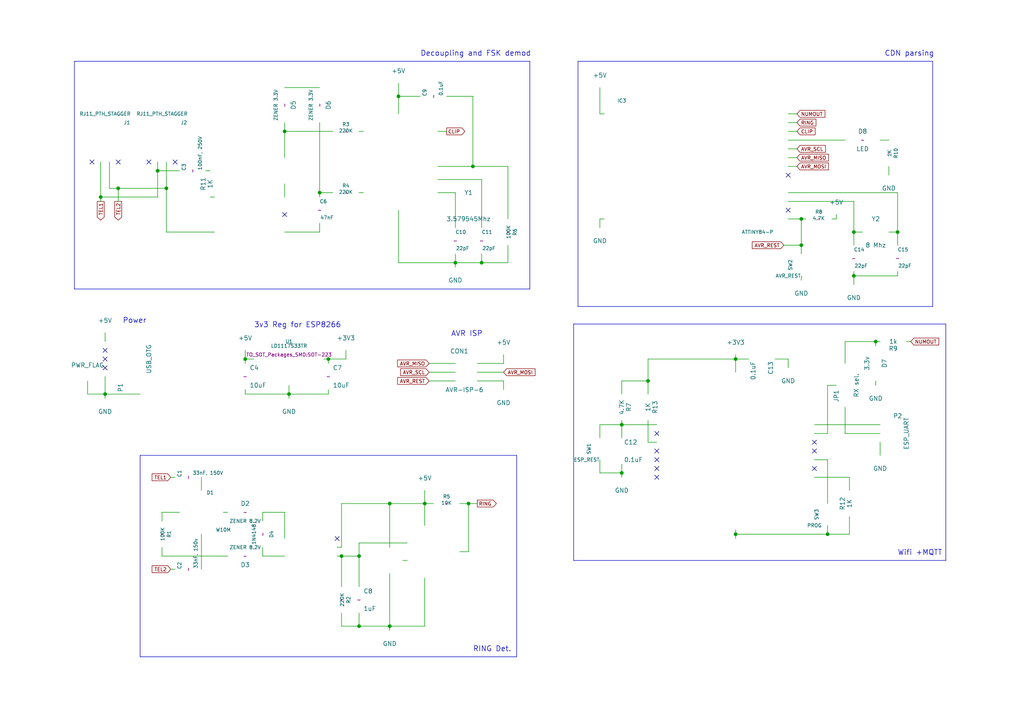
<source format=kicad_sch>
(kicad_sch (version 20230121) (generator eeschema)
  (paper "A4")
  (title_block (title "Telephone CLIP to WIFI interface") (date "5 dec 2015") (rev "1"))
  (lib_symbols)
  (junction (at 104.14 181.61))
  (junction (at 232.41 63.5))
  (junction (at 95.25 104.14))
  (junction (at 30.48 114.3))
  (junction (at 92.71 55.88))
  (junction (at 115.57 27.94))
  (junction (at 187.96 110.49))
  (junction (at 180.34 123.19))
  (junction (at 48.26 54.61))
  (junction (at 45.72 49.53))
  (junction (at 99.06 161.29))
  (junction (at 139.7 76.2))
  (junction (at 71.12 104.14))
  (junction (at 132.08 76.2))
  (junction (at 247.65 80.01))
  (junction (at 240.03 154.94))
  (junction (at 104.14 161.29))
  (junction (at 137.16 48.26))
  (junction (at 82.55 38.1))
  (junction (at 247.65 67.31))
  (junction (at 213.36 104.14))
  (junction (at 123.19 146.05))
  (junction (at 34.29 54.61))
  (junction (at 260.35 67.31))
  (junction (at 180.34 137.16))
  (junction (at 29.21 57.15))
  (junction (at 113.03 146.05))
  (junction (at 113.03 181.61))
  (junction (at 83.82 114.3))
  (junction (at 135.89 146.05))
  (junction (at 213.36 154.94))
  (junction (at 232.41 71.12))
  (junction (at 254 99.06))
  (no_connect (at 190.5 138.43))
  (no_connect (at 26.67 46.99))
  (no_connect (at 30.48 104.14))
  (no_connect (at 43.18 46.99))
  (no_connect (at 190.5 130.81))
  (no_connect (at 34.29 46.99))
  (no_connect (at 190.5 135.89))
  (no_connect (at 236.22 128.27))
  (no_connect (at 82.55 62.23))
  (no_connect (at 190.5 125.73))
  (no_connect (at 97.79 156.21))
  (no_connect (at 30.48 106.68))
  (no_connect (at 228.6 60.96))
  (no_connect (at 236.22 130.81))
  (no_connect (at 236.22 135.89))
  (no_connect (at 30.48 101.6))
  (no_connect (at 190.5 133.35))
  (no_connect (at 228.6 50.8))
  (no_connect (at 50.8 46.99))
  (wire (pts (xy 100.33 104.14) (xy 100.33 101.6)))
  (wire (pts (xy 240.03 111.76) (xy 242.57 111.76)))
  (wire (pts (xy 262.89 99.06) (xy 264.16 99.06)))
  (wire (pts (xy 247.65 58.42) (xy 247.65 67.31)))
  (wire (pts (xy 46.99 161.29) (xy 66.04 161.29)))
  (wire (pts (xy 99.06 181.61) (xy 104.14 181.61)))
  (wire (pts (xy 132.08 76.2) (xy 132.08 77.47)))
  (wire (pts (xy 123.19 146.05) (xy 123.19 152.4)))
  (wire (pts (xy 236.22 125.73) (xy 240.03 125.73)))
  (polyline (pts (xy 40.64 132.08) (xy 40.64 190.5)))
  (wire (pts (xy 97.79 161.29) (xy 99.06 161.29)))
  (wire (pts (xy 254 100.33) (xy 254 99.06)))
  (wire (pts (xy 82.55 148.59) (xy 82.55 156.21)))
  (wire (pts (xy 228.6 38.1) (xy 231.14 38.1)))
  (wire (pts (xy 247.65 67.31) (xy 247.65 71.12)))
  (wire (pts (xy 213.36 104.14) (xy 217.17 104.14)))
  (wire (pts (xy 132.08 76.2) (xy 139.7 76.2)))
  (wire (pts (xy 48.26 46.99) (xy 48.26 54.61)))
  (polyline (pts (xy 166.37 162.56) (xy 166.37 93.98)))
  (polyline (pts (xy 274.32 93.98) (xy 274.32 162.56)))
  (wire (pts (xy 104.14 177.8) (xy 104.14 181.61)))
  (wire (pts (xy 115.57 27.94) (xy 121.92 27.94)))
  (wire (pts (xy 46.99 148.59) (xy 46.99 151.13)))
  (wire (pts (xy 92.71 35.56) (xy 92.71 55.88)))
  (wire (pts (xy 247.65 67.31) (xy 250.19 67.31)))
  (wire (pts (xy 123.19 181.61) (xy 123.19 167.64)))
  (wire (pts (xy 228.6 43.18) (xy 231.14 43.18)))
  (wire (pts (xy 113.03 146.05) (xy 123.19 146.05)))
  (wire (pts (xy 104.14 161.29) (xy 104.14 170.18)))
  (wire (pts (xy 187.96 128.27) (xy 190.5 128.27)))
  (wire (pts (xy 245.11 125.73) (xy 245.11 118.11)))
  (polyline (pts (xy 270.51 88.9) (xy 167.64 88.9)))
  (polyline (pts (xy 21.59 17.78) (xy 153.67 17.78)))
  (wire (pts (xy 240.03 125.73) (xy 240.03 111.76)))
  (wire (pts (xy 45.72 46.99) (xy 45.72 49.53)))
  (wire (pts (xy 92.71 67.31) (xy 92.71 64.77)))
  (polyline (pts (xy 166.37 93.98) (xy 274.32 93.98)))
  (wire (pts (xy 213.36 153.67) (xy 213.36 154.94)))
  (wire (pts (xy 260.35 67.31) (xy 260.35 71.12)))
  (wire (pts (xy 30.48 114.3) (xy 40.64 114.3)))
  (wire (pts (xy 82.55 38.1) (xy 96.52 38.1)))
  (wire (pts (xy 71.12 114.3) (xy 71.12 113.03)))
  (polyline (pts (xy 149.86 132.08) (xy 40.64 132.08)))
  (wire (pts (xy 180.34 134.62) (xy 180.34 137.16)))
  (wire (pts (xy 240.03 133.35) (xy 240.03 146.05)))
  (wire (pts (xy 173.99 127) (xy 173.99 123.19)))
  (wire (pts (xy 76.2 148.59) (xy 82.55 148.59)))
  (wire (pts (xy 104.14 157.48) (xy 118.11 157.48)))
  (wire (pts (xy 180.34 121.92) (xy 180.34 123.19)))
  (wire (pts (xy 245.11 105.41) (xy 245.11 99.06)))
  (wire (pts (xy 99.06 161.29) (xy 104.14 161.29)))
  (wire (pts (xy 260.35 80.01) (xy 260.35 78.74)))
  (wire (pts (xy 129.54 27.94) (xy 137.16 27.94)))
  (wire (pts (xy 30.48 109.22) (xy 30.48 114.3)))
  (wire (pts (xy 228.6 48.26) (xy 231.14 48.26)))
  (wire (pts (xy 25.4 114.3) (xy 30.48 114.3)))
  (wire (pts (xy 228.6 104.14) (xy 228.6 106.68)))
  (wire (pts (xy 173.99 63.5) (xy 173.99 66.04)))
  (wire (pts (xy 99.06 161.29) (xy 99.06 170.18)))
  (wire (pts (xy 173.99 63.5) (xy 175.26 63.5)))
  (wire (pts (xy 58.42 154.94) (xy 58.42 165.1)))
  (wire (pts (xy 227.33 71.12) (xy 232.41 71.12)))
  (wire (pts (xy 260.35 55.88) (xy 260.35 67.31)))
  (wire (pts (xy 146.05 105.41) (xy 146.05 102.87)))
  (wire (pts (xy 71.12 104.14) (xy 73.66 104.14)))
  (wire (pts (xy 45.72 49.53) (xy 52.07 49.53)))
  (wire (pts (xy 137.16 48.26) (xy 147.32 48.26)))
  (wire (pts (xy 138.43 105.41) (xy 146.05 105.41)))
  (wire (pts (xy 146.05 110.49) (xy 146.05 113.03)))
  (wire (pts (xy 187.96 104.14) (xy 187.96 110.49)))
  (wire (pts (xy 71.12 101.6) (xy 71.12 104.14)))
  (wire (pts (xy 240.03 154.94) (xy 240.03 152.4)))
  (wire (pts (xy 135.89 160.02) (xy 133.35 160.02)))
  (wire (pts (xy 228.6 45.72) (xy 231.14 45.72)))
  (wire (pts (xy 127 48.26) (xy 137.16 48.26)))
  (polyline (pts (xy 167.64 88.9) (xy 167.64 17.78)))
  (wire (pts (xy 146.05 107.95) (xy 138.43 107.95)))
  (wire (pts (xy 96.52 55.88) (xy 92.71 55.88)))
  (wire (pts (xy 124.46 110.49) (xy 132.08 110.49)))
  (wire (pts (xy 246.38 154.94) (xy 246.38 149.86)))
  (wire (pts (xy 173.99 137.16) (xy 180.34 137.16)))
  (wire (pts (xy 49.53 165.1) (xy 50.8 165.1)))
  (wire (pts (xy 113.03 146.05) (xy 113.03 158.75)))
  (polyline (pts (xy 153.67 17.78) (xy 153.67 83.82)))
  (wire (pts (xy 213.36 154.94) (xy 213.36 156.21)))
  (wire (pts (xy 236.22 138.43) (xy 246.38 138.43)))
  (wire (pts (xy 213.36 104.14) (xy 213.36 107.95)))
  (wire (pts (xy 135.89 146.05) (xy 135.89 160.02)))
  (wire (pts (xy 133.35 146.05) (xy 135.89 146.05)))
  (wire (pts (xy 113.03 181.61) (xy 123.19 181.61)))
  (wire (pts (xy 104.14 157.48) (xy 104.14 161.29)))
  (wire (pts (xy 123.19 142.24) (xy 123.19 146.05)))
  (wire (pts (xy 187.96 104.14) (xy 213.36 104.14)))
  (wire (pts (xy 82.55 38.1) (xy 82.55 45.72)))
  (wire (pts (xy 127 38.1) (xy 129.54 38.1)))
  (wire (pts (xy 135.89 146.05) (xy 138.43 146.05)))
  (wire (pts (xy 83.82 114.3) (xy 83.82 115.57)))
  (wire (pts (xy 139.7 52.07) (xy 139.7 66.04)))
  (wire (pts (xy 240.03 154.94) (xy 246.38 154.94)))
  (wire (pts (xy 52.07 148.59) (xy 46.99 148.59)))
  (wire (pts (xy 95.25 104.14) (xy 100.33 104.14)))
  (wire (pts (xy 137.16 27.94) (xy 137.16 48.26)))
  (wire (pts (xy 92.71 55.88) (xy 92.71 57.15)))
  (wire (pts (xy 180.34 123.19) (xy 180.34 127)))
  (wire (pts (xy 66.04 148.59) (xy 64.77 148.59)))
  (wire (pts (xy 255.27 40.64) (xy 257.81 40.64)))
  (polyline (pts (xy 21.59 83.82) (xy 21.59 17.78)))
  (wire (pts (xy 76.2 158.75) (xy 76.2 161.29)))
  (wire (pts (xy 180.34 110.49) (xy 187.96 110.49)))
  (wire (pts (xy 228.6 40.64) (xy 245.11 40.64)))
  (wire (pts (xy 115.57 27.94) (xy 115.57 33.02)))
  (wire (pts (xy 104.14 38.1) (xy 105.41 38.1)))
  (wire (pts (xy 213.36 154.94) (xy 240.03 154.94)))
  (wire (pts (xy 232.41 71.12) (xy 232.41 73.66)))
  (wire (pts (xy 45.72 49.53) (xy 45.72 57.15)))
  (wire (pts (xy 60.96 57.15) (xy 62.23 57.15)))
  (wire (pts (xy 173.99 133.35) (xy 173.99 137.16)))
  (wire (pts (xy 232.41 63.5) (xy 233.68 63.5)))
  (wire (pts (xy 213.36 102.87) (xy 213.36 104.14)))
  (wire (pts (xy 31.75 46.99) (xy 31.75 54.61)))
  (polyline (pts (xy 274.32 162.56) (xy 166.37 162.56)))
  (wire (pts (xy 245.11 125.73) (xy 255.27 125.73)))
  (wire (pts (xy 180.34 114.3) (xy 180.34 110.49)))
  (wire (pts (xy 115.57 76.2) (xy 132.08 76.2)))
  (wire (pts (xy 46.99 158.75) (xy 46.99 161.29)))
  (wire (pts (xy 113.03 181.61) (xy 113.03 182.88)))
  (wire (pts (xy 113.03 166.37) (xy 113.03 181.61)))
  (wire (pts (xy 71.12 104.14) (xy 71.12 105.41)))
  (wire (pts (xy 231.14 35.56) (xy 228.6 35.56)))
  (wire (pts (xy 115.57 60.96) (xy 115.57 76.2)))
  (wire (pts (xy 82.55 35.56) (xy 82.55 38.1)))
  (wire (pts (xy 48.26 67.31) (xy 62.23 67.31)))
  (wire (pts (xy 187.96 121.92) (xy 187.96 128.27)))
  (wire (pts (xy 30.48 114.3) (xy 30.48 115.57)))
  (wire (pts (xy 83.82 114.3) (xy 95.25 114.3)))
  (wire (pts (xy 76.2 148.59) (xy 76.2 151.13)))
  (wire (pts (xy 99.06 146.05) (xy 113.03 146.05)))
  (wire (pts (xy 31.75 54.61) (xy 34.29 54.61)))
  (wire (pts (xy 236.22 133.35) (xy 240.03 133.35)))
  (polyline (pts (xy 40.64 190.5) (xy 149.86 190.5)))
  (wire (pts (xy 99.06 181.61) (xy 99.06 177.8)))
  (wire (pts (xy 254 99.06) (xy 255.27 99.06)))
  (wire (pts (xy 99.06 146.05) (xy 99.06 158.75)))
  (wire (pts (xy 127 52.07) (xy 139.7 52.07)))
  (wire (pts (xy 29.21 46.99) (xy 29.21 57.15)))
  (wire (pts (xy 34.29 54.61) (xy 48.26 54.61)))
  (polyline (pts (xy 149.86 190.5) (xy 149.86 132.08)))
  (wire (pts (xy 82.55 25.4) (xy 92.71 25.4)))
  (wire (pts (xy 116.84 162.56) (xy 118.11 162.56)))
  (wire (pts (xy 115.57 24.13) (xy 115.57 27.94)))
  (wire (pts (xy 83.82 111.76) (xy 83.82 114.3)))
  (wire (pts (xy 180.34 123.19) (xy 190.5 123.19)))
  (wire (pts (xy 245.11 99.06) (xy 254 99.06)))
  (wire (pts (xy 242.57 63.5) (xy 242.57 62.23)))
  (wire (pts (xy 187.96 110.49) (xy 187.96 114.3)))
  (wire (pts (xy 138.43 110.49) (xy 146.05 110.49)))
  (wire (pts (xy 228.6 33.02) (xy 231.14 33.02)))
  (wire (pts (xy 104.14 55.88) (xy 105.41 55.88)))
  (wire (pts (xy 260.35 55.88) (xy 228.6 55.88)))
  (wire (pts (xy 232.41 63.5) (xy 232.41 71.12)))
  (wire (pts (xy 173.99 33.02) (xy 175.26 33.02)))
  (wire (pts (xy 147.32 48.26) (xy 147.32 63.5)))
  (wire (pts (xy 246.38 138.43) (xy 246.38 142.24)))
  (wire (pts (xy 34.29 58.42) (xy 34.29 54.61)))
  (wire (pts (xy 127 55.88) (xy 132.08 55.88)))
  (wire (pts (xy 241.3 63.5) (xy 242.57 63.5)))
  (wire (pts (xy 76.2 161.29) (xy 82.55 161.29)))
  (wire (pts (xy 236.22 123.19) (xy 255.27 123.19)))
  (wire (pts (xy 49.53 138.43) (xy 50.8 138.43)))
  (wire (pts (xy 224.79 104.14) (xy 228.6 104.14)))
  (wire (pts (xy 257.81 50.8) (xy 257.81 48.26)))
  (wire (pts (xy 139.7 73.66) (xy 139.7 76.2)))
  (wire (pts (xy 30.48 96.52) (xy 30.48 99.06)))
  (wire (pts (xy 124.46 105.41) (xy 132.08 105.41)))
  (wire (pts (xy 82.55 67.31) (xy 92.71 67.31)))
  (wire (pts (xy 257.81 67.31) (xy 260.35 67.31)))
  (wire (pts (xy 104.14 181.61) (xy 113.03 181.61)))
  (wire (pts (xy 95.25 104.14) (xy 95.25 105.41)))
  (polyline (pts (xy 153.67 83.82) (xy 21.59 83.82)))
  (wire (pts (xy 232.41 81.28) (xy 232.41 80.01)))
  (wire (pts (xy 124.46 107.95) (xy 132.08 107.95)))
  (wire (pts (xy 99.06 158.75) (xy 97.79 158.75)))
  (wire (pts (xy 247.65 80.01) (xy 247.65 82.55)))
  (polyline (pts (xy 167.64 17.78) (xy 270.51 17.78)))
  (wire (pts (xy 93.98 104.14) (xy 95.25 104.14)))
  (wire (pts (xy 139.7 76.2) (xy 147.32 76.2)))
  (wire (pts (xy 132.08 73.66) (xy 132.08 76.2)))
  (wire (pts (xy 147.32 76.2) (xy 147.32 71.12)))
  (wire (pts (xy 255.27 128.27) (xy 255.27 132.08)))
  (wire (pts (xy 48.26 54.61) (xy 48.26 67.31)))
  (wire (pts (xy 173.99 123.19) (xy 180.34 123.19)))
  (wire (pts (xy 132.08 55.88) (xy 132.08 66.04)))
  (wire (pts (xy 247.65 78.74) (xy 247.65 80.01)))
  (wire (pts (xy 25.4 110.49) (xy 25.4 114.3)))
  (wire (pts (xy 247.65 80.01) (xy 260.35 80.01)))
  (wire (pts (xy 123.19 146.05) (xy 125.73 146.05)))
  (wire (pts (xy 58.42 138.43) (xy 58.42 142.24)))
  (wire (pts (xy 95.25 114.3) (xy 95.25 113.03)))
  (polyline (pts (xy 270.51 17.78) (xy 270.51 88.9)))
  (wire (pts (xy 180.34 137.16) (xy 180.34 138.43)))
  (wire (pts (xy 29.21 57.15) (xy 29.21 58.42)))
  (wire (pts (xy 82.55 57.15) (xy 82.55 53.34)))
  (wire (pts (xy 71.12 114.3) (xy 83.82 114.3)))
  (wire (pts (xy 59.69 49.53) (xy 60.96 49.53)))
  (wire (pts (xy 254 110.49) (xy 254 111.76)))
  (wire (pts (xy 173.99 25.4) (xy 173.99 33.02)))
  (wire (pts (xy 228.6 58.42) (xy 247.65 58.42)))
  (wire (pts (xy 45.72 57.15) (xy 29.21 57.15)))
  (wire (pts (xy 228.6 63.5) (xy 232.41 63.5)))
  (text "RING Det." (at 137.16 189.23 0) (effects (font (size 1.524 1.524)) (justify left bottom)))
  (text "AVR ISP" (at 130.81 97.79 0) (effects (font (size 1.524 1.524)) (justify left bottom)))
  (text "Power" (at 35.56 93.98 0) (effects (font (size 1.524 1.524)) (justify left bottom)))
  (text "CDN parsing" (at 256.54 16.51 0) (effects (font (size 1.524 1.524)) (justify left bottom)))
  (text "3v3 Reg for ESP8266" (at 73.66 95.25 0) (effects (font (size 1.524 1.524)) (justify left bottom)))
  (text "Wifi +MQTT" (at 260.35 161.29 0) (effects (font (size 1.524 1.524)) (justify left bottom)))
  (text "Decoupling and FSK demod" (at 121.92 16.51 0) (effects (font (size 1.524 1.524)) (justify left bottom)))
  (global_label "AVR_REST" (shape input) (at 124.46 110.49 180) (effects (font (size 1.016 1.016))) (property "Intersheetrefs" "${INTERSHEET_REFS}" (effects hide)))
  (global_label "TEL2" (shape input) (at 49.53 165.1 180) (effects (font (size 1.016 1.016))) (property "Intersheetrefs" "${INTERSHEET_REFS}" (effects hide)))
  (global_label "TEL1" (shape input) (at 49.53 138.43 180) (effects (font (size 1.016 1.016))) (property "Intersheetrefs" "${INTERSHEET_REFS}" (effects hide)))
  (global_label "RING" (shape input) (at 231.14 35.56 0) (effects (font (size 1.016 1.016))) (property "Intersheetrefs" "${INTERSHEET_REFS}" (effects hide)))
  (global_label "AVR_MOSI" (shape input) (at 231.14 48.26 0) (effects (font (size 1.016 1.016))) (property "Intersheetrefs" "${INTERSHEET_REFS}" (effects hide)))
  (global_label "NUMOUT" (shape input) (at 264.16 99.06 0) (effects (font (size 1.016 1.016))) (property "Intersheetrefs" "${INTERSHEET_REFS}" (effects hide)))
  (global_label "NUMOUT" (shape input) (at 231.14 33.02 0) (effects (font (size 1.016 1.016))) (property "Intersheetrefs" "${INTERSHEET_REFS}" (effects hide)))
  (global_label "TEL1" (shape output) (at 29.21 58.42 270) (effects (font (size 1.016 1.016))) (property "Intersheetrefs" "${INTERSHEET_REFS}" (effects hide)))
  (global_label "TEL2" (shape output) (at 34.29 58.42 270) (effects (font (size 1.016 1.016))) (property "Intersheetrefs" "${INTERSHEET_REFS}" (effects hide)))
  (global_label "AVR_SCL" (shape input) (at 231.14 43.18 0) (effects (font (size 1.016 1.016))) (property "Intersheetrefs" "${INTERSHEET_REFS}" (effects hide)))
  (global_label "CLIP" (shape output) (at 129.54 38.1 0) (effects (font (size 1.016 1.016))) (property "Intersheetrefs" "${INTERSHEET_REFS}" (effects hide)))
  (global_label "CLIP" (shape input) (at 231.14 38.1 0) (effects (font (size 1.016 1.016))) (property "Intersheetrefs" "${INTERSHEET_REFS}" (effects hide)))
  (global_label "AVR_MISO" (shape input) (at 124.46 105.41 180) (effects (font (size 1.016 1.016))) (property "Intersheetrefs" "${INTERSHEET_REFS}" (effects hide)))
  (global_label "AVR_MOSI" (shape input) (at 146.05 107.95 0) (effects (font (size 1.016 1.016))) (property "Intersheetrefs" "${INTERSHEET_REFS}" (effects hide)))
  (global_label "RING" (shape output) (at 138.43 146.05 0) (effects (font (size 1.016 1.016))) (property "Intersheetrefs" "${INTERSHEET_REFS}" (effects hide)))
  (global_label "AVR_MISO" (shape input) (at 231.14 45.72 0) (effects (font (size 1.016 1.016))) (property "Intersheetrefs" "${INTERSHEET_REFS}" (effects hide)))
  (global_label "AVR_REST" (shape input) (at 227.33 71.12 180) (effects (font (size 1.016 1.016))) (property "Intersheetrefs" "${INTERSHEET_REFS}" (effects hide)))
  (global_label "AVR_SCL" (shape input) (at 124.46 107.95 180) (effects (font (size 1.016 1.016))) (property "Intersheetrefs" "${INTERSHEET_REFS}" (effects hide)))
  (symbol (lib_id "ATTINY84-P") (at 201.93 48.26 0) (unit 1)
    (property "Reference" "IC3" (at 180.34 29.21 0) (effects (font (size 1.016 1.016))))
    (property "Value" "ATTINY84-P" (at 219.71 67.31 0) (effects (font (size 1.016 1.016))))
    (property "Footprint" "Housings_DIP:DIP-14_W7.62mm" (effects hide))
  )
  (symbol (lib_id "C") (at 55.88 49.53 90) (unit 1)
    (property "Reference" "C3" (at 53.34 49.53 0) (effects (font (size 1.016 1.016)) (justify left)))
    (property "Value" "100nF, 250V" (at 58.039 49.3776 0) (effects (font (size 1.016 1.016)) (justify left)))
    (property "Footprint" "Capacitors_ThroughHole:C_Rect_L18_W6_P15" (effects hide))
    (property "Datasheet" "~" (at 55.88 49.53 0) (effects (font (size 1.524 1.524))))
  )
  (symbol (lib_id "C") (at 54.61 165.1 90) (unit 1)
    (property "Reference" "C2" (at 52.07 165.1 0) (effects (font (size 1.016 1.016)) (justify left)))
    (property "Value" "33nF, 150v" (at 56.769 164.9476 0) (effects (font (size 1.016 1.016)) (justify left)))
    (property "Footprint" "Capacitors_ThroughHole:C_Disc_D12_P7.75" (effects hide))
    (property "Datasheet" "~" (at 54.61 165.1 0) (effects (font (size 1.524 1.524))))
  )
  (symbol (lib_id "C") (at 54.61 138.43 90) (unit 1)
    (property "Reference" "C1" (at 52.07 138.43 0) (effects (font (size 1.016 1.016)) (justify left)))
    (property "Value" "33nF, 150V" (at 64.77 137.16 90) (effects (font (size 1.016 1.016)) (justify left)))
    (property "Footprint" "Capacitors_ThroughHole:C_Disc_D12_P7.75" (effects hide))
    (property "Datasheet" "~" (at 54.61 138.43 0) (effects (font (size 1.524 1.524))))
  )
  (symbol (lib_id "ZENER") (at 71.12 148.59 0) (unit 1)
    (property "Reference" "D2" (at 71.12 146.05 0))
    (property "Value" "ZENER 8.2V" (at 71.12 151.13 0) (effects (font (size 1.016 1.016))))
    (property "Footprint" "Diodes_ThroughHole:Diode_DO-41_SOD81_Horizontal_RM10" (effects hide))
    (property "Datasheet" "~" (at 71.12 148.59 0) (effects (font (size 1.524 1.524))))
  )
  (symbol (lib_id "ZENER") (at 71.12 161.29 180) (unit 1)
    (property "Reference" "D3" (at 71.12 163.83 0))
    (property "Value" "ZENER 8.2V" (at 71.12 158.75 0) (effects (font (size 1.016 1.016))))
    (property "Footprint" "Diodes_ThroughHole:Diode_DO-41_SOD81_Horizontal_RM10" (effects hide))
    (property "Datasheet" "~" (at 71.12 161.29 0) (effects (font (size 1.524 1.524))))
  )
  (symbol (lib_id "4N25") (at 90.17 158.75 0) (unit 1)
    (property "Reference" "IC1" (at 84.836 153.924 0) (effects (font (size 1.016 1.016))))
    (property "Value" "4N35" (at 94.742 163.576 0) (effects (font (size 1.016 1.016))))
    (property "Footprint" "Housings_DIP:DIP-6_W7.62mm" (effects hide))
    (property "Datasheet" "~" (at 90.17 158.75 0) (effects (font (size 1.524 1.524))))
  )
  (symbol (lib_id "R") (at 99.06 173.99 0) (unit 1)
    (property "Reference" "R2" (at 101.092 173.99 90) (effects (font (size 1.016 1.016))))
    (property "Value" "220K" (at 99.2378 173.9646 90) (effects (font (size 1.016 1.016))))
    (property "Footprint" "Resistors_SMD:R_1206_HandSoldering" (effects hide))
    (property "Datasheet" "~" (at 99.06 173.99 0) (effects (font (size 0.762 0.762))))
  )
  (symbol (lib_id "CP1") (at 104.14 173.99 0) (unit 1)
    (property "Reference" "C8" (at 105.41 171.45 0) (effects (justify left)))
    (property "Value" "1uF" (at 105.41 176.53 0) (effects (justify left)))
    (property "Footprint" "Capacitors_Tantalum_SMD:TantalC_SizeA_EIA-3216_HandSoldering" (effects hide))
    (property "Datasheet" "~" (at 104.14 173.99 0) (effects (font (size 1.524 1.524))))
  )
  (symbol (lib_id "POT") (at 113.03 162.56 270) (unit 1)
    (property "Reference" "RV1" (at 110.49 162.56 0))
    (property "Value" "10K" (at 113.03 162.56 0))
    (property "Footprint" "Potentiometers:Potentiometer_Triwood_RM-065" (effects hide))
    (property "Datasheet" "~" (at 113.03 162.56 0) (effects (font (size 1.524 1.524))))
  )
  (symbol (lib_id "R") (at 129.54 146.05 90) (unit 1)
    (property "Reference" "R5" (at 129.54 144.018 90) (effects (font (size 1.016 1.016))))
    (property "Value" "10K" (at 129.5146 145.8722 90) (effects (font (size 1.016 1.016))))
    (property "Footprint" "Resistors_SMD:R_1206_HandSoldering" (effects hide))
    (property "Datasheet" "~" (at 129.54 146.05 0) (effects (font (size 0.762 0.762))))
  )
  (symbol (lib_id "R") (at 46.99 154.94 0) (unit 1)
    (property "Reference" "R1" (at 49.022 154.94 90) (effects (font (size 1.016 1.016))))
    (property "Value" "100K" (at 47.1678 154.9146 90) (effects (font (size 1.016 1.016))))
    (property "Footprint" "Resistors_SMD:R_1206_HandSoldering" (effects hide))
    (property "Datasheet" "~" (at 46.99 154.94 0) (effects (font (size 0.762 0.762))))
  )
  (symbol (lib_id "C") (at 82.55 49.53 0) (unit 1)
    (property "Reference" "C5" (at 82.55 46.99 0) (effects (font (size 1.016 1.016)) (justify left)))
    (property "Value" "47nF" (at 82.7024 51.689 0) (effects (font (size 1.016 1.016)) (justify left)))
    (property "Footprint" "Capacitors_ThroughHole:C_Disc_D7.5_P5" (effects hide))
    (property "Datasheet" "~" (at 82.55 49.53 0) (effects (font (size 1.524 1.524))))
  )
  (symbol (lib_id "ZENER") (at 92.71 30.48 270) (unit 1)
    (property "Reference" "D6" (at 95.25 30.48 0))
    (property "Value" "ZENER 3.3V" (at 90.17 30.48 0) (effects (font (size 1.016 1.016))))
    (property "Footprint" "Diodes_ThroughHole:Diode_DO-41_SOD81_Horizontal_RM10" (effects hide))
    (property "Datasheet" "~" (at 92.71 30.48 0) (effects (font (size 1.524 1.524))))
  )
  (symbol (lib_id "ZENER") (at 82.55 30.48 270) (unit 1)
    (property "Reference" "D5" (at 85.09 30.48 0))
    (property "Value" "ZENER 3.3V" (at 80.01 30.48 0) (effects (font (size 1.016 1.016))))
    (property "Footprint" "Diodes_ThroughHole:Diode_DO-41_SOD81_Horizontal_RM10" (effects hide))
    (property "Datasheet" "~" (at 82.55 30.48 0) (effects (font (size 1.524 1.524))))
  )
  (symbol (lib_id "R") (at 100.33 38.1 90) (unit 1)
    (property "Reference" "R3" (at 100.33 36.068 90) (effects (font (size 1.016 1.016))))
    (property "Value" "220K" (at 100.3046 37.9222 90) (effects (font (size 1.016 1.016))))
    (property "Footprint" "Resistors_SMD:R_1206_HandSoldering" (effects hide))
    (property "Datasheet" "~" (at 100.33 38.1 0) (effects (font (size 0.762 0.762))))
  )
  (symbol (lib_id "R") (at 100.33 55.88 90) (unit 1)
    (property "Reference" "R4" (at 100.33 53.848 90) (effects (font (size 1.016 1.016))))
    (property "Value" "220K" (at 100.3046 55.7022 90) (effects (font (size 1.016 1.016))))
    (property "Footprint" "Resistors_SMD:R_1206_HandSoldering" (effects hide))
    (property "Datasheet" "~" (at 100.33 55.88 0) (effects (font (size 0.762 0.762))))
  )
  (symbol (lib_id "C") (at 132.08 69.85 0) (unit 1)
    (property "Reference" "C10" (at 132.08 67.31 0) (effects (font (size 1.016 1.016)) (justify left)))
    (property "Value" "22pF" (at 132.2324 72.009 0) (effects (font (size 1.016 1.016)) (justify left)))
    (property "Footprint" "Capacitors_SMD:C_0805_HandSoldering" (effects hide))
    (property "Datasheet" "~" (at 132.08 69.85 0) (effects (font (size 1.524 1.524))))
  )
  (symbol (lib_id "C") (at 139.7 69.85 0) (unit 1)
    (property "Reference" "C11" (at 139.7 67.31 0) (effects (font (size 1.016 1.016)) (justify left)))
    (property "Value" "22pF" (at 139.8524 72.009 0) (effects (font (size 1.016 1.016)) (justify left)))
    (property "Footprint" "Capacitors_SMD:C_0805_HandSoldering" (effects hide))
    (property "Datasheet" "~" (at 139.7 69.85 0) (effects (font (size 1.524 1.524))))
  )
  (symbol (lib_id "C") (at 125.73 27.94 90) (unit 1)
    (property "Reference" "C9" (at 123.19 27.94 0) (effects (font (size 1.016 1.016)) (justify left)))
    (property "Value" "0.1uF" (at 127.889 27.7876 0) (effects (font (size 1.016 1.016)) (justify left)))
    (property "Footprint" "Capacitors_SMD:C_0805_HandSoldering" (effects hide))
    (property "Datasheet" "~" (at 125.73 27.94 0) (effects (font (size 1.524 1.524))))
  )
  (symbol (lib_id "R") (at 147.32 67.31 0) (unit 1)
    (property "Reference" "R6" (at 149.352 67.31 90) (effects (font (size 1.016 1.016))))
    (property "Value" "100K" (at 147.4978 67.2846 90) (effects (font (size 1.016 1.016))))
    (property "Footprint" "Resistors_SMD:R_1206_HandSoldering" (effects hide))
    (property "Datasheet" "~" (at 147.32 67.31 0) (effects (font (size 0.762 0.762))))
  )
  (symbol (lib_id "R") (at 237.49 63.5 90) (unit 1)
    (property "Reference" "R8" (at 237.49 61.468 90) (effects (font (size 1.016 1.016))))
    (property "Value" "4.7K" (at 237.4646 63.3222 90) (effects (font (size 1.016 1.016))))
    (property "Footprint" "Resistors_SMD:R_1206_HandSoldering" (effects hide))
    (property "Datasheet" "~" (at 237.49 63.5 0) (effects (font (size 0.762 0.762))))
  )
  (symbol (lib_id "C") (at 247.65 74.93 0) (unit 1)
    (property "Reference" "C14" (at 247.65 72.39 0) (effects (font (size 1.016 1.016)) (justify left)))
    (property "Value" "22pF" (at 247.8024 77.089 0) (effects (font (size 1.016 1.016)) (justify left)))
    (property "Footprint" "Capacitors_SMD:C_0805_HandSoldering" (effects hide))
    (property "Datasheet" "~" (at 247.65 74.93 0) (effects (font (size 1.524 1.524))))
  )
  (symbol (lib_id "C") (at 260.35 74.93 0) (unit 1)
    (property "Reference" "C15" (at 260.35 72.39 0) (effects (font (size 1.016 1.016)) (justify left)))
    (property "Value" "22pF" (at 260.5024 77.089 0) (effects (font (size 1.016 1.016)) (justify left)))
    (property "Footprint" "Capacitors_SMD:C_0805_HandSoldering" (effects hide))
    (property "Datasheet" "~" (at 260.35 74.93 0) (effects (font (size 1.524 1.524))))
  )
  (symbol (lib_id "LED") (at 250.19 40.64 0) (mirror y) (unit 1)
    (property "Reference" "D8" (at 250.19 38.1 0))
    (property "Value" "LED" (at 250.19 43.18 0))
    (property "Footprint" "LEDs:LED-1206" (effects hide))
    (property "Datasheet" "~" (at 250.19 40.64 0) (effects (font (size 1.524 1.524))))
  )
  (symbol (lib_id "R") (at 257.81 44.45 0) (unit 1)
    (property "Reference" "R10" (at 259.842 44.45 90) (effects (font (size 1.016 1.016))))
    (property "Value" "1K" (at 257.9878 44.4246 90) (effects (font (size 1.016 1.016))))
    (property "Footprint" "Resistors_SMD:R_1206_HandSoldering" (effects hide))
    (property "Datasheet" "~" (at 257.81 44.45 0) (effects (font (size 0.762 0.762))))
  )
  (symbol (lib_id "D") (at 76.2 154.94 270) (unit 1)
    (property "Reference" "D4" (at 78.74 154.94 0) (effects (font (size 1.016 1.016))))
    (property "Value" "1N4148" (at 73.66 154.94 0) (effects (font (size 1.016 1.016))))
    (property "Footprint" "Diodes_ThroughHole:Diode_DO-35_SOD27_Horizontal_RM10" (effects hide))
    (property "Datasheet" "~" (at 76.2 154.94 0) (effects (font (size 1.524 1.524))))
  )
  (symbol (lib_id "C") (at 92.71 60.96 0) (unit 1)
    (property "Reference" "C6" (at 92.71 58.42 0) (effects (font (size 1.016 1.016)) (justify left)))
    (property "Value" "47nF" (at 92.8624 63.119 0) (effects (font (size 1.016 1.016)) (justify left)))
    (property "Footprint" "Capacitors_ThroughHole:C_Disc_D7.5_P5" (effects hide))
    (property "Datasheet" "~" (at 92.71 60.96 0) (effects (font (size 1.524 1.524))))
  )
  (symbol (lib_id "HT9032D") (at 115.57 48.26 0) (unit 1)
    (property "Reference" "IC2" (at 109.22 34.29 0) (effects (font (size 1.016 1.016))))
    (property "Value" "HT9032D" (at 120.65 59.69 0) (effects (font (size 1.016 1.016))))
    (property "Footprint" "Housings_DIP:DIP-8_W7.62mm" (effects hide))
    (property "Datasheet" "~" (at 107.95 58.42 0) (effects (font (size 1.524 1.524))))
  )
  (symbol (lib_id "TRANSFO4") (at 72.39 62.23 0) (mirror y) (unit 1)
    (property "Reference" "T1" (at 72.39 55.88 0))
    (property "Value" "600E 1:1" (at 72.39 69.85 0))
    (property "Footprint" "akn_transformers:TRANSFO-AUDIO-EL14" (effects hide))
  )
  (symbol (lib_id "PWR_FLAG") (at 25.4 110.49 0) (unit 1)
    (property "Reference" "#FLG012" (effects hide))
    (property "Value" "PWR_FLAG" (at 25.4 105.918 0))
  )
  (symbol (lib_id "GND") (at 247.65 82.55 0) (unit 1)
    (property "Reference" "#PWR01" (effects hide))
    (property "Value" "GND" (at 247.65 86.36 0))
  )
  (symbol (lib_id "GND") (at 132.08 77.47 0) (unit 1)
    (property "Reference" "#PWR02" (effects hide))
    (property "Value" "GND" (at 132.08 81.28 0))
  )
  (symbol (lib_id "DIODE_BRIDGE") (at 58.42 148.59 0) (unit 1)
    (property "Reference" "D1" (at 60.96 142.875 0) (effects (font (size 1.016 1.016))))
    (property "Value" "W10M" (at 64.77 153.67 0) (effects (font (size 1.016 1.016))))
    (property "Footprint" "akn_misc:WOM_BRIDGE" (effects hide))
  )
  (symbol (lib_id "GND") (at 257.81 50.8 0) (unit 1)
    (property "Reference" "#PWR03" (effects hide))
    (property "Value" "GND" (at 257.81 54.61 0))
  )
  (symbol (lib_id "Crystal") (at 135.89 59.69 0) (unit 1)
    (property "Reference" "Y1" (at 135.89 55.88 0))
    (property "Value" "3.579545Mhz" (at 135.89 63.5 0))
    (property "Footprint" "Crystals:Crystal_HC49-U_Vertical" (effects hide))
  )
  (symbol (lib_id "Crystal") (at 254 67.31 0) (unit 1)
    (property "Reference" "Y2" (at 254 63.5 0))
    (property "Value" "8 Mhz" (at 254 71.12 0))
    (property "Footprint" "Crystals:Crystal_HC49-U_Vertical" (effects hide))
  )
  (symbol (lib_id "+5V") (at 30.48 96.52 0) (unit 1)
    (property "Reference" "#PWR04" (effects hide))
    (property "Value" "+5V" (at 30.48 92.964 0))
  )
  (symbol (lib_id "GND") (at 30.48 115.57 0) (unit 1)
    (property "Reference" "#PWR05" (effects hide))
    (property "Value" "GND" (at 30.48 119.38 0))
  )
  (symbol (lib_id "+5V") (at 115.57 24.13 0) (unit 1)
    (property "Reference" "#PWR06" (effects hide))
    (property "Value" "+5V" (at 115.57 20.574 0))
  )
  (symbol (lib_id "+5V") (at 173.99 25.4 0) (unit 1)
    (property "Reference" "#PWR07" (effects hide))
    (property "Value" "+5V" (at 173.99 21.844 0))
  )
  (symbol (lib_id "+5V") (at 123.19 142.24 0) (unit 1)
    (property "Reference" "#PWR08" (effects hide))
    (property "Value" "+5V" (at 123.19 138.684 0))
  )
  (symbol (lib_id "GND") (at 113.03 182.88 0) (unit 1)
    (property "Reference" "#PWR09" (effects hide))
    (property "Value" "GND" (at 113.03 186.69 0))
  )
  (symbol (lib_id "+5V") (at 242.57 62.23 0) (unit 1)
    (property "Reference" "#PWR010" (effects hide))
    (property "Value" "+5V" (at 242.57 58.674 0))
  )
  (symbol (lib_id "GND") (at 173.99 66.04 0) (unit 1)
    (property "Reference" "#PWR011" (effects hide))
    (property "Value" "GND" (at 173.99 69.85 0))
  )
  (symbol (lib_id "USB_OTG") (at 38.1 104.14 270) (unit 1)
    (property "Reference" "P1" (at 34.925 112.395 0))
    (property "Value" "USB_OTG" (at 43.18 104.14 0))
    (property "Footprint" "Connect:USB_Micro-B" (effects hide))
  )
  (symbol (lib_id "LD1117S33TR") (at 83.82 105.41 0) (unit 1)
    (property "Reference" "U1" (at 83.82 99.06 0) (effects (font (size 1.016 1.016))))
    (property "Value" "LD1117S33TR" (at 83.82 100.33 0) (effects (font (size 1.016 1.016))))
    (property "Footprint" "TO_SOT_Packages_SMD:SOT-223" (at 83.82 102.87 0) (effects (font (size 1.016 1.016))))
  )
  (symbol (lib_id "GND") (at 83.82 115.57 0) (unit 1)
    (property "Reference" "#PWR013" (effects hide))
    (property "Value" "GND" (at 83.82 119.38 0))
  )
  (symbol (lib_id "GND") (at 213.36 156.21 0) (unit 1)
    (property "Reference" "#PWR014" (effects hide))
    (property "Value" "GND" (at 213.36 160.02 0))
  )
  (symbol (lib_id "+5V") (at 71.12 101.6 0) (unit 1)
    (property "Reference" "#PWR015" (effects hide))
    (property "Value" "+5V" (at 71.12 98.044 0))
  )
  (symbol (lib_id "CP1") (at 71.12 109.22 0) (unit 1)
    (property "Reference" "C4" (at 72.39 106.68 0) (effects (justify left)))
    (property "Value" "10uF" (at 72.39 111.76 0) (effects (justify left)))
    (property "Footprint" "Capacitors_SMD:c_elec_5x5.3" (effects hide))
    (property "Datasheet" "~" (at 71.12 109.22 0) (effects (font (size 1.524 1.524))))
  )
  (symbol (lib_id "CP1") (at 95.25 109.22 0) (unit 1)
    (property "Reference" "C7" (at 96.52 106.68 0) (effects (justify left)))
    (property "Value" "10uF" (at 96.52 111.76 0) (effects (justify left)))
    (property "Footprint" "Capacitors_SMD:c_elec_5x5.3" (effects hide))
    (property "Datasheet" "~" (at 95.25 109.22 0) (effects (font (size 1.524 1.524))))
  )
  (symbol (lib_id "+3V3") (at 100.33 101.6 0) (unit 1)
    (property "Reference" "#PWR016" (effects hide))
    (property "Value" "+3V3" (at 100.33 98.044 0))
  )
  (symbol (lib_id "+3V3") (at 213.36 102.87 0) (unit 1)
    (property "Reference" "#PWR017" (effects hide))
    (property "Value" "+3V3" (at 213.36 99.314 0))
  )
  (symbol (lib_id "C") (at 220.98 104.14 270) (unit 1)
    (property "Reference" "C13" (at 223.52 104.775 0) (effects (justify left)))
    (property "Value" "0.1uF" (at 218.44 104.775 0) (effects (justify left)))
    (property "Footprint" "Capacitors_SMD:C_0805_HandSoldering" (effects hide))
  )
  (symbol (lib_id "GND") (at 228.6 106.68 0) (unit 1)
    (property "Reference" "#PWR018" (effects hide))
    (property "Value" "GND" (at 228.6 110.49 0))
  )
  (symbol (lib_id "CONN_01X03") (at 260.35 125.73 0) (unit 1)
    (property "Reference" "P2" (at 260.35 120.65 0))
    (property "Value" "ESP_UART" (at 262.89 125.73 90))
    (property "Footprint" "Pin_Headers:Pin_Header_Straight_1x03" (effects hide))
  )
  (symbol (lib_id "GND") (at 255.27 132.08 0) (unit 1)
    (property "Reference" "#PWR019" (effects hide))
    (property "Value" "GND" (at 255.27 135.89 0))
  )
  (symbol (lib_id "R") (at 180.34 118.11 0) (unit 1)
    (property "Reference" "R7" (at 182.372 118.11 90))
    (property "Value" "4.7K" (at 180.34 118.11 90))
    (property "Footprint" "Resistors_SMD:R_1206_HandSoldering" (effects hide))
  )
  (symbol (lib_id "PUSH_BUTTON_NO") (at 173.99 133.35 90) (unit 1)
    (property "Reference" "SW1" (at 170.815 130.175 0) (effects (font (size 1.016 1.016))))
    (property "Value" "ESP_REST" (at 170.18 133.35 90) (effects (font (size 1.016 1.016))))
    (property "Footprint" "Buttons_Switches_ThroughHole:SW_PUSH_SMALL" (effects hide))
  )
  (symbol (lib_id "GND") (at 180.34 138.43 0) (unit 1)
    (property "Reference" "#PWR020" (effects hide))
    (property "Value" "GND" (at 180.34 142.24 0))
  )
  (symbol (lib_id "PUSH_BUTTON_NO") (at 240.03 152.4 90) (unit 1)
    (property "Reference" "SW3" (at 236.855 149.225 0) (effects (font (size 1.016 1.016))))
    (property "Value" "PROG" (at 236.22 152.4 90) (effects (font (size 1.016 1.016))))
    (property "Footprint" "Buttons_Switches_ThroughHole:SW_PUSH_SMALL" (effects hide))
  )
  (symbol (lib_id "C") (at 180.34 130.81 0) (unit 1)
    (property "Reference" "C12" (at 180.975 128.27 0) (effects (justify left)))
    (property "Value" "0.1uF" (at 180.975 133.35 0) (effects (justify left)))
    (property "Footprint" "Capacitors_SMD:C_0805_HandSoldering" (effects hide))
  )
  (symbol (lib_id "R") (at 259.08 99.06 270) (unit 1)
    (property "Reference" "R9" (at 259.08 101.092 90))
    (property "Value" "1k" (at 259.08 99.06 90))
    (property "Footprint" "Resistors_SMD:R_1206_HandSoldering" (effects hide))
  )
  (symbol (lib_id "ZENER") (at 254 105.41 270) (unit 1)
    (property "Reference" "D7" (at 256.54 105.41 0))
    (property "Value" "3.3v" (at 251.46 105.41 0))
    (property "Footprint" "Diodes_ThroughHole:Diode_DO-41_SOD81_Horizontal_RM10" (effects hide))
  )
  (symbol (lib_id "GND") (at 254 111.76 0) (unit 1)
    (property "Reference" "#PWR021" (effects hide))
    (property "Value" "GND" (at 254 115.57 0))
  )
  (symbol (lib_id "PUSH_BUTTON_NO") (at 232.41 80.01 90) (unit 1)
    (property "Reference" "SW2" (at 229.235 76.835 0) (effects (font (size 1.016 1.016))))
    (property "Value" "AVR_REST" (at 228.6 80.01 90) (effects (font (size 1.016 1.016))))
    (property "Footprint" "Buttons_Switches_ThroughHole:SW_PUSH_SMALL" (effects hide))
  )
  (symbol (lib_id "GND") (at 232.41 81.28 0) (unit 1)
    (property "Reference" "#PWR022" (effects hide))
    (property "Value" "GND" (at 232.41 85.09 0))
  )
  (symbol (lib_id "AVR-ISP-6") (at 135.89 107.95 0) (unit 1)
    (property "Reference" "CON1" (at 133.223 101.854 0))
    (property "Value" "AVR-ISP-6" (at 129.159 113.792 0) (effects (justify left bottom)))
    (property "Footprint" "Pin_Headers:Pin_Header_Straight_2x03" (effects hide))
  )
  (symbol (lib_id "+5V") (at 146.05 102.87 0) (unit 1)
    (property "Reference" "#PWR023" (effects hide))
    (property "Value" "+5V" (at 146.05 99.314 0))
  )
  (symbol (lib_id "GND") (at 146.05 113.03 0) (unit 1)
    (property "Reference" "#PWR024" (effects hide))
    (property "Value" "GND" (at 146.05 116.84 0))
  )
  (symbol (lib_id "RJ11_PTH_STAGGER") (at 25.4 44.45 0) (unit 1)
    (property "Reference" "J1" (at 36.83 35.56 0) (effects (font (size 1.016 1.016))))
    (property "Value" "RJ11_PTH_STAGGER" (at 30.48 33.02 0) (effects (font (size 1.016 1.016))))
    (property "Footprint" "akn_misc:RJ11_PTH_6P4C_STAG" (effects hide))
  )
  (symbol (lib_id "RJ11_PTH_STAGGER") (at 41.91 44.45 0) (unit 1)
    (property "Reference" "J2" (at 53.34 35.56 0) (effects (font (size 1.016 1.016))))
    (property "Value" "RJ11_PTH_STAGGER" (at 46.99 33.02 0) (effects (font (size 1.016 1.016))))
    (property "Footprint" "akn_misc:RJ11_PTH_6P4C_STAG" (effects hide))
  )
  (symbol (lib_id "ESP-12") (at 213.36 130.81 0) (unit 1)
    (property "Reference" "U3" (at 213.36 133.35 0))
    (property "Value" "ESP-12" (at 213.36 128.27 0))
    (property "Footprint" "ESP8266:ESP-12" (effects hide))
  )
  (symbol (lib_id "LM393") (at 125.73 160.02 0) (unit 1)
    (property "Reference" "U2" (at 129.54 156.21 0))
    (property "Value" "LM393" (at 129.54 163.83 0))
    (property "Footprint" "Housings_DIP:DIP-8_W7.62mm" (effects hide))
  )
  (symbol (lib_id "R") (at 60.96 53.34 180) (unit 1)
    (property "Reference" "R11" (at 58.928 53.34 90))
    (property "Value" "1K" (at 60.96 53.34 90))
    (property "Footprint" "Resistors_SMD:R_1206_HandSoldering" (effects hide))
  )
  (symbol (lib_id "R") (at 246.38 146.05 180) (unit 1)
    (property "Reference" "R12" (at 244.348 146.05 90))
    (property "Value" "1K" (at 246.38 146.05 90))
    (property "Footprint" "Resistors_SMD:R_1206_HandSoldering" (effects hide))
  )
  (symbol (lib_id "R") (at 187.96 118.11 0) (unit 1)
    (property "Reference" "R13" (at 189.992 118.11 90))
    (property "Value" "1K" (at 187.96 118.11 90))
    (property "Footprint" "Resistors_SMD:R_1206_HandSoldering" (effects hide))
  )
  (symbol (lib_id "JUMPER3") (at 245.11 111.76 270) (unit 1)
    (property "Reference" "JP1" (at 242.57 113.03 0) (effects (justify left)))
    (property "Value" "RX sel." (at 247.65 111.76 0) (effects (justify bottom)))
    (property "Footprint" "Pin_Headers:Pin_Header_Straight_1x03" (effects hide))
  )
)
</source>
